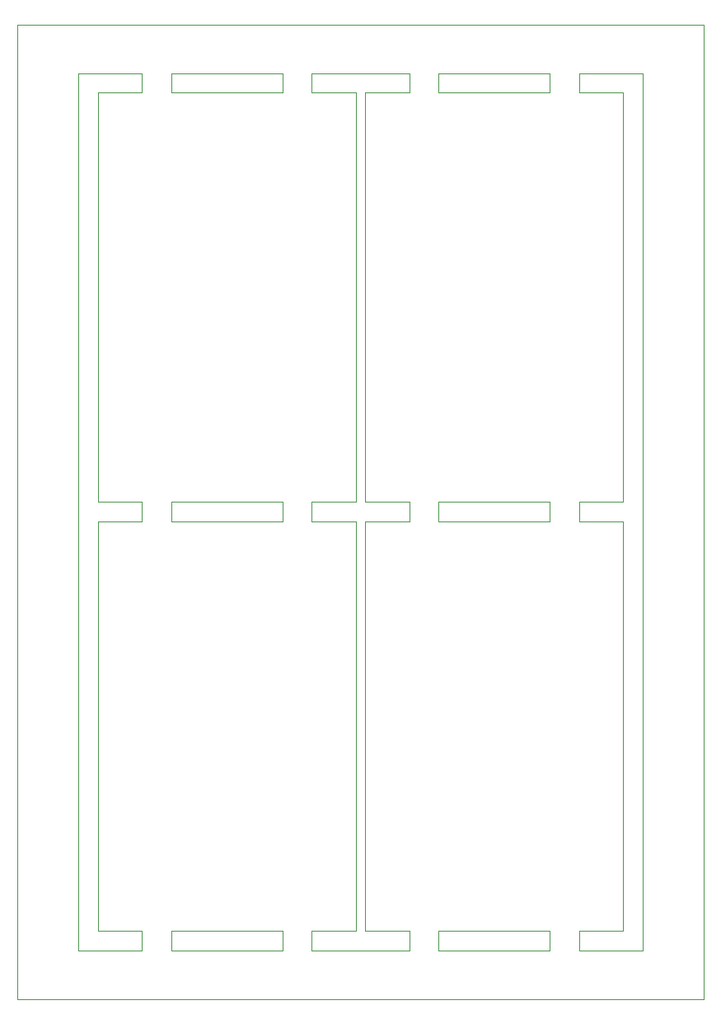
<source format=gm1>
G04 #@! TF.GenerationSoftware,KiCad,Pcbnew,9.0.4*
G04 #@! TF.CreationDate,2025-08-20T19:44:40-04:00*
G04 #@! TF.ProjectId,jlcpcb_4x4,6a6c6370-6362-45f3-9478-342e6b696361,rev?*
G04 #@! TF.SameCoordinates,Original*
G04 #@! TF.FileFunction,Profile,NP*
%FSLAX46Y46*%
G04 Gerber Fmt 4.6, Leading zero omitted, Abs format (unit mm)*
G04 Created by KiCad (PCBNEW 9.0.4) date 2025-08-20 19:44:40*
%MOMM*%
%LPD*%
G01*
G04 APERTURE LIST*
G04 #@! TA.AperFunction,Profile*
%ADD10C,0.100000*%
G04 #@! TD*
G04 APERTURE END LIST*
D10*
X8270000Y-7000000D02*
X8270000Y-49000000D01*
X34730000Y-7000000D02*
X30230000Y-7000000D01*
X54690000Y-49999000D02*
X54690000Y-50001000D01*
X6270000Y-5000000D02*
X12770000Y-5000000D01*
X57690000Y-49999000D02*
X57690000Y-49000000D01*
X40230000Y-95000000D02*
X30230000Y-95000000D01*
X43230000Y-49999000D02*
X43230000Y-49000000D01*
X12770000Y-5000000D02*
X12770000Y-7000000D01*
X27230000Y-51000000D02*
X15770000Y-51000000D01*
X40230000Y-49999000D02*
X40230000Y-50001000D01*
X57690000Y-95000000D02*
X57690000Y-93000000D01*
X30230000Y-51000000D02*
X30230000Y-50001000D01*
X57690000Y-93000000D02*
X62190000Y-93000000D01*
X8270000Y-93000000D02*
X12770000Y-93000000D01*
X40230000Y-50001000D02*
X40230000Y-51000000D01*
X12770000Y-50001000D02*
X12770000Y-51000000D01*
X57690000Y-51000000D02*
X57690000Y-50001000D01*
X27230000Y-95000000D02*
X15770000Y-95000000D01*
X12770000Y-93000000D02*
X12770000Y-95000000D01*
X40230000Y-5000000D02*
X40230000Y-7000000D01*
X15770000Y-93000000D02*
X27230000Y-93000000D01*
X40230000Y-93000000D02*
X40230000Y-95000000D01*
X8270000Y-51000000D02*
X8270000Y-93000000D01*
X40230000Y-49000000D02*
X40230000Y-49999000D01*
X0Y-100000000D02*
X70460000Y-100000000D01*
X43230000Y-49000000D02*
X54690000Y-49000000D01*
X62190000Y-93000000D02*
X62190000Y-51000000D01*
X54690000Y-50001000D02*
X54690000Y-51000000D01*
X12770000Y-49000000D02*
X12770000Y-49999000D01*
X43230000Y-5000000D02*
X54690000Y-5000000D01*
X30230000Y-93000000D02*
X34730000Y-93000000D01*
X70460000Y-100000000D02*
X70460000Y0D01*
X27230000Y-49000000D02*
X27230000Y-49999000D01*
X30230000Y-49999000D02*
X30230000Y-49000000D01*
X35730000Y-93000000D02*
X40230000Y-93000000D01*
X57690000Y-49000000D02*
X62190000Y-49000000D01*
X43230000Y-51000000D02*
X43230000Y-50001000D01*
X15770000Y-50001000D02*
X15770000Y-49999000D01*
X34730000Y-93000000D02*
X34730000Y-51000000D01*
X40230000Y-51000000D02*
X35730000Y-51000000D01*
X43230000Y-7000000D02*
X43230000Y-5000000D01*
X6270000Y-95000000D02*
X6270000Y-5000000D01*
X43230000Y-50001000D02*
X43230000Y-49999000D01*
X54690000Y-51000000D02*
X43230000Y-51000000D01*
X64190000Y-5000000D02*
X64190000Y-95000000D01*
X15770000Y-51000000D02*
X15770000Y-50001000D01*
X27230000Y-49999000D02*
X27230000Y-50001000D01*
X12770000Y-7000000D02*
X8270000Y-7000000D01*
X30230000Y-50001000D02*
X30230000Y-49999000D01*
X62190000Y-51000000D02*
X57690000Y-51000000D01*
X54690000Y-93000000D02*
X54690000Y-95000000D01*
X30230000Y-5000000D02*
X40230000Y-5000000D01*
X15770000Y-5000000D02*
X27230000Y-5000000D01*
X62190000Y-49000000D02*
X62190000Y-7000000D01*
X64190000Y-95000000D02*
X57690000Y-95000000D01*
X54690000Y-95000000D02*
X43230000Y-95000000D01*
X57690000Y-7000000D02*
X57690000Y-5000000D01*
X12770000Y-51000000D02*
X8270000Y-51000000D01*
X27230000Y-5000000D02*
X27230000Y-7000000D01*
X62190000Y-7000000D02*
X57690000Y-7000000D01*
X27230000Y-7000000D02*
X15770000Y-7000000D01*
X12770000Y-95000000D02*
X6270000Y-95000000D01*
X0Y0D02*
X0Y-100000000D01*
X54690000Y-5000000D02*
X54690000Y-7000000D01*
X54690000Y-49000000D02*
X54690000Y-49999000D01*
X15770000Y-49000000D02*
X27230000Y-49000000D01*
X54690000Y-7000000D02*
X43230000Y-7000000D01*
X15770000Y-49999000D02*
X15770000Y-49000000D01*
X30230000Y-7000000D02*
X30230000Y-5000000D01*
X70460000Y0D02*
X0Y0D01*
X35730000Y-7000000D02*
X35730000Y-49000000D01*
X35730000Y-49000000D02*
X40230000Y-49000000D01*
X34730000Y-49000000D02*
X34730000Y-7000000D01*
X43230000Y-95000000D02*
X43230000Y-93000000D01*
X30230000Y-95000000D02*
X30230000Y-93000000D01*
X12770000Y-49999000D02*
X12770000Y-50001000D01*
X34730000Y-51000000D02*
X30230000Y-51000000D01*
X43230000Y-93000000D02*
X54690000Y-93000000D01*
X27230000Y-93000000D02*
X27230000Y-95000000D01*
X35730000Y-51000000D02*
X35730000Y-93000000D01*
X57690000Y-5000000D02*
X64190000Y-5000000D01*
X15770000Y-95000000D02*
X15770000Y-93000000D01*
X8270000Y-49000000D02*
X12770000Y-49000000D01*
X57690000Y-50001000D02*
X57690000Y-49999000D01*
X40230000Y-7000000D02*
X35730000Y-7000000D01*
X30230000Y-49000000D02*
X34730000Y-49000000D01*
X27230000Y-50001000D02*
X27230000Y-51000000D01*
X15770000Y-7000000D02*
X15770000Y-5000000D01*
M02*

</source>
